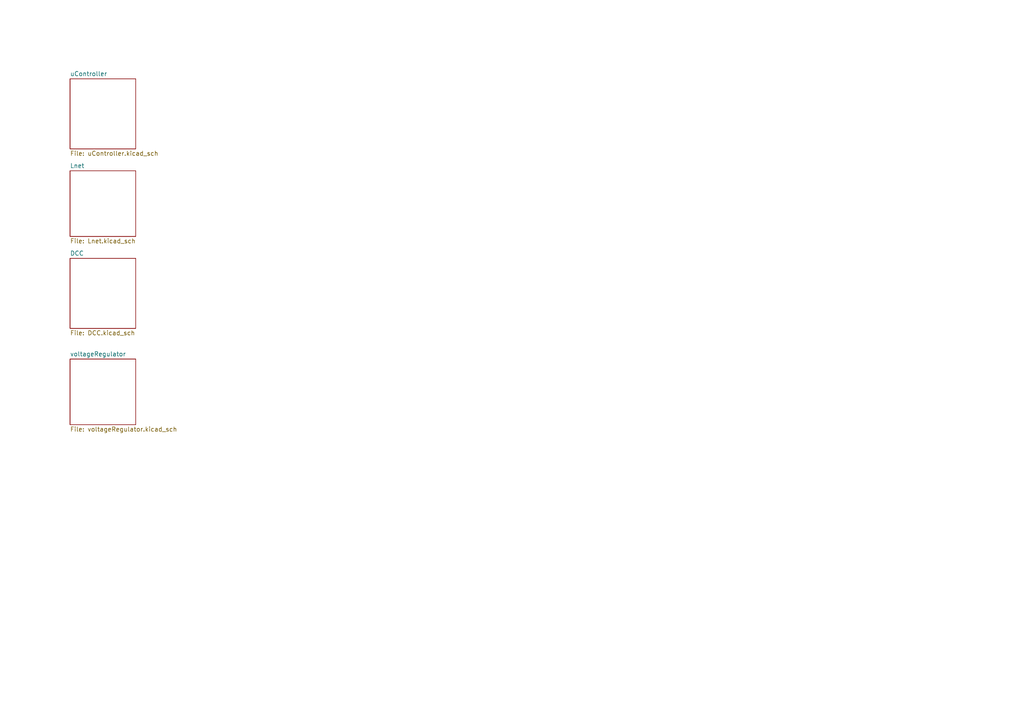
<source format=kicad_sch>
(kicad_sch (version 20211123) (generator eeschema)
  (paper "A4")
  (lib_symbols)
  (sheet (at 20.32 49.53) (size 19.05 19.05) (stroke (width 0.1524))
    (property "Sheet name" "Lnet" (at 20.32 48.8184 0) (effects (justify left bottom)))
    (property "Sheet file" "Lnet.kicad_sch" (at 20.32 69.1646 0) (effects (justify left top)))
  )
  (sheet (at 20.32 74.93) (size 19.05 20.32) (stroke (width 0.1524))
    (property "Sheet name" "DCC" (at 20.32 74.2184 0) (effects (justify left bottom)))
    (property "Sheet file" "DCC.kicad_sch" (at 20.32 95.8346 0) (effects (justify left top)))
  )
  (sheet (at 20.32 104.14) (size 19.05 19.05) (stroke (width 0.1524))
    (property "Sheet name" "voltageRegulator" (at 20.32 103.4284 0) (effects (justify left bottom)))
    (property "Sheet file" "voltageRegulator.kicad_sch" (at 20.32 123.7746 0) (effects (justify left top)))
  )
  (sheet (at 20.32 22.86) (size 19.05 20.32) (stroke (width 0.1524))
    (property "Sheet name" "uController" (at 20.32 22.1484 0) (effects (justify left bottom)))
    (property "Sheet file" "uController.kicad_sch" (at 20.32 43.7646 0) (effects (justify left top)))
  )
)
</source>
